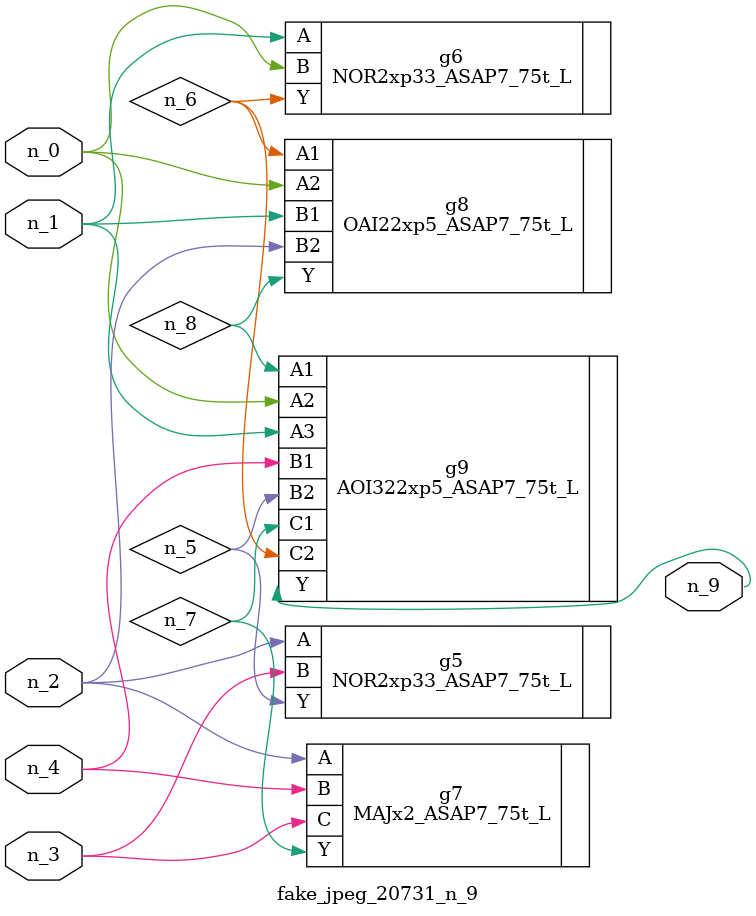
<source format=v>
module fake_jpeg_20731_n_9 (n_3, n_2, n_1, n_0, n_4, n_9);

input n_3;
input n_2;
input n_1;
input n_0;
input n_4;

output n_9;

wire n_8;
wire n_6;
wire n_5;
wire n_7;

NOR2xp33_ASAP7_75t_L g5 ( 
.A(n_2),
.B(n_3),
.Y(n_5)
);

NOR2xp33_ASAP7_75t_L g6 ( 
.A(n_1),
.B(n_0),
.Y(n_6)
);

MAJx2_ASAP7_75t_L g7 ( 
.A(n_2),
.B(n_4),
.C(n_3),
.Y(n_7)
);

OAI22xp5_ASAP7_75t_L g8 ( 
.A1(n_6),
.A2(n_0),
.B1(n_1),
.B2(n_2),
.Y(n_8)
);

AOI322xp5_ASAP7_75t_L g9 ( 
.A1(n_8),
.A2(n_0),
.A3(n_1),
.B1(n_4),
.B2(n_5),
.C1(n_7),
.C2(n_6),
.Y(n_9)
);


endmodule
</source>
